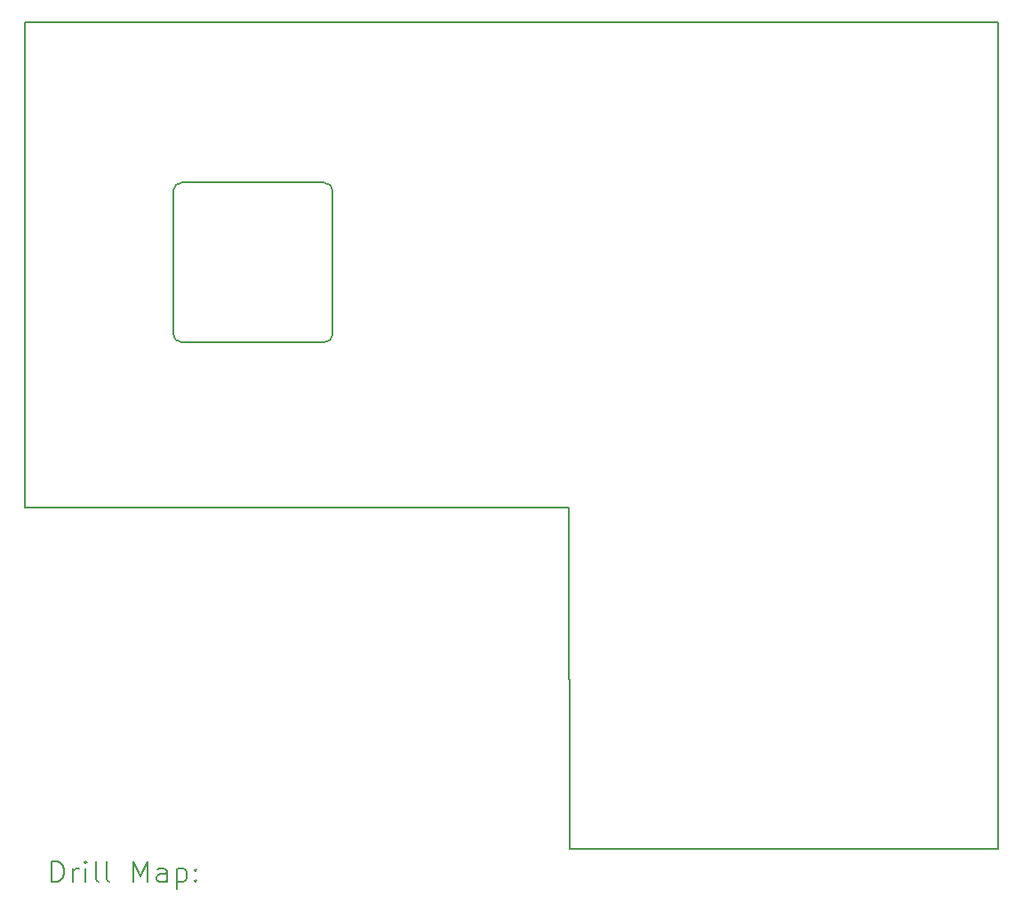
<source format=gbr>
%TF.GenerationSoftware,KiCad,Pcbnew,7.0.10*%
%TF.CreationDate,2024-02-23T14:34:07-06:00*%
%TF.ProjectId,A600FastRAM,41363030-4661-4737-9452-414d2e6b6963,5*%
%TF.SameCoordinates,Original*%
%TF.FileFunction,Drillmap*%
%TF.FilePolarity,Positive*%
%FSLAX45Y45*%
G04 Gerber Fmt 4.5, Leading zero omitted, Abs format (unit mm)*
G04 Created by KiCad (PCBNEW 7.0.10) date 2024-02-23 14:34:07*
%MOMM*%
%LPD*%
G01*
G04 APERTURE LIST*
%ADD10C,0.150000*%
%ADD11C,0.200000*%
G04 APERTURE END LIST*
D10*
X12590000Y-9810000D02*
X13950000Y-9810000D01*
X12510000Y-11250000D02*
X12510000Y-9890000D01*
X16283368Y-16154400D02*
X20370800Y-16154400D01*
X11099900Y-8280400D02*
X20370800Y-8280400D01*
X16283368Y-16154400D02*
X16281400Y-12903200D01*
X13950000Y-11330000D02*
G75*
G03*
X14030000Y-11250000I0J80000D01*
G01*
X14030000Y-9890000D02*
X14030000Y-11250000D01*
X14030000Y-9890000D02*
G75*
G03*
X13950000Y-9810000I-80000J0D01*
G01*
X20370800Y-8280400D02*
X20370800Y-16154400D01*
X11099800Y-12903200D02*
X16281400Y-12903200D01*
X12510000Y-11250000D02*
G75*
G03*
X12590000Y-11330000I80000J0D01*
G01*
X11099900Y-8280400D02*
X11099800Y-12903200D01*
X12590000Y-9810000D02*
G75*
G03*
X12510000Y-9890000I0J-80000D01*
G01*
X13950000Y-11330000D02*
X12590000Y-11330000D01*
D11*
X11353077Y-16473384D02*
X11353077Y-16273384D01*
X11353077Y-16273384D02*
X11400696Y-16273384D01*
X11400696Y-16273384D02*
X11429267Y-16282908D01*
X11429267Y-16282908D02*
X11448315Y-16301955D01*
X11448315Y-16301955D02*
X11457839Y-16321003D01*
X11457839Y-16321003D02*
X11467362Y-16359098D01*
X11467362Y-16359098D02*
X11467362Y-16387669D01*
X11467362Y-16387669D02*
X11457839Y-16425765D01*
X11457839Y-16425765D02*
X11448315Y-16444812D01*
X11448315Y-16444812D02*
X11429267Y-16463860D01*
X11429267Y-16463860D02*
X11400696Y-16473384D01*
X11400696Y-16473384D02*
X11353077Y-16473384D01*
X11553077Y-16473384D02*
X11553077Y-16340050D01*
X11553077Y-16378146D02*
X11562601Y-16359098D01*
X11562601Y-16359098D02*
X11572124Y-16349574D01*
X11572124Y-16349574D02*
X11591172Y-16340050D01*
X11591172Y-16340050D02*
X11610220Y-16340050D01*
X11676886Y-16473384D02*
X11676886Y-16340050D01*
X11676886Y-16273384D02*
X11667362Y-16282908D01*
X11667362Y-16282908D02*
X11676886Y-16292431D01*
X11676886Y-16292431D02*
X11686410Y-16282908D01*
X11686410Y-16282908D02*
X11676886Y-16273384D01*
X11676886Y-16273384D02*
X11676886Y-16292431D01*
X11800696Y-16473384D02*
X11781648Y-16463860D01*
X11781648Y-16463860D02*
X11772124Y-16444812D01*
X11772124Y-16444812D02*
X11772124Y-16273384D01*
X11905458Y-16473384D02*
X11886410Y-16463860D01*
X11886410Y-16463860D02*
X11876886Y-16444812D01*
X11876886Y-16444812D02*
X11876886Y-16273384D01*
X12134029Y-16473384D02*
X12134029Y-16273384D01*
X12134029Y-16273384D02*
X12200696Y-16416241D01*
X12200696Y-16416241D02*
X12267362Y-16273384D01*
X12267362Y-16273384D02*
X12267362Y-16473384D01*
X12448315Y-16473384D02*
X12448315Y-16368622D01*
X12448315Y-16368622D02*
X12438791Y-16349574D01*
X12438791Y-16349574D02*
X12419743Y-16340050D01*
X12419743Y-16340050D02*
X12381648Y-16340050D01*
X12381648Y-16340050D02*
X12362601Y-16349574D01*
X12448315Y-16463860D02*
X12429267Y-16473384D01*
X12429267Y-16473384D02*
X12381648Y-16473384D01*
X12381648Y-16473384D02*
X12362601Y-16463860D01*
X12362601Y-16463860D02*
X12353077Y-16444812D01*
X12353077Y-16444812D02*
X12353077Y-16425765D01*
X12353077Y-16425765D02*
X12362601Y-16406717D01*
X12362601Y-16406717D02*
X12381648Y-16397193D01*
X12381648Y-16397193D02*
X12429267Y-16397193D01*
X12429267Y-16397193D02*
X12448315Y-16387669D01*
X12543553Y-16340050D02*
X12543553Y-16540050D01*
X12543553Y-16349574D02*
X12562601Y-16340050D01*
X12562601Y-16340050D02*
X12600696Y-16340050D01*
X12600696Y-16340050D02*
X12619743Y-16349574D01*
X12619743Y-16349574D02*
X12629267Y-16359098D01*
X12629267Y-16359098D02*
X12638791Y-16378146D01*
X12638791Y-16378146D02*
X12638791Y-16435288D01*
X12638791Y-16435288D02*
X12629267Y-16454336D01*
X12629267Y-16454336D02*
X12619743Y-16463860D01*
X12619743Y-16463860D02*
X12600696Y-16473384D01*
X12600696Y-16473384D02*
X12562601Y-16473384D01*
X12562601Y-16473384D02*
X12543553Y-16463860D01*
X12724505Y-16454336D02*
X12734029Y-16463860D01*
X12734029Y-16463860D02*
X12724505Y-16473384D01*
X12724505Y-16473384D02*
X12714982Y-16463860D01*
X12714982Y-16463860D02*
X12724505Y-16454336D01*
X12724505Y-16454336D02*
X12724505Y-16473384D01*
X12724505Y-16349574D02*
X12734029Y-16359098D01*
X12734029Y-16359098D02*
X12724505Y-16368622D01*
X12724505Y-16368622D02*
X12714982Y-16359098D01*
X12714982Y-16359098D02*
X12724505Y-16349574D01*
X12724505Y-16349574D02*
X12724505Y-16368622D01*
M02*

</source>
